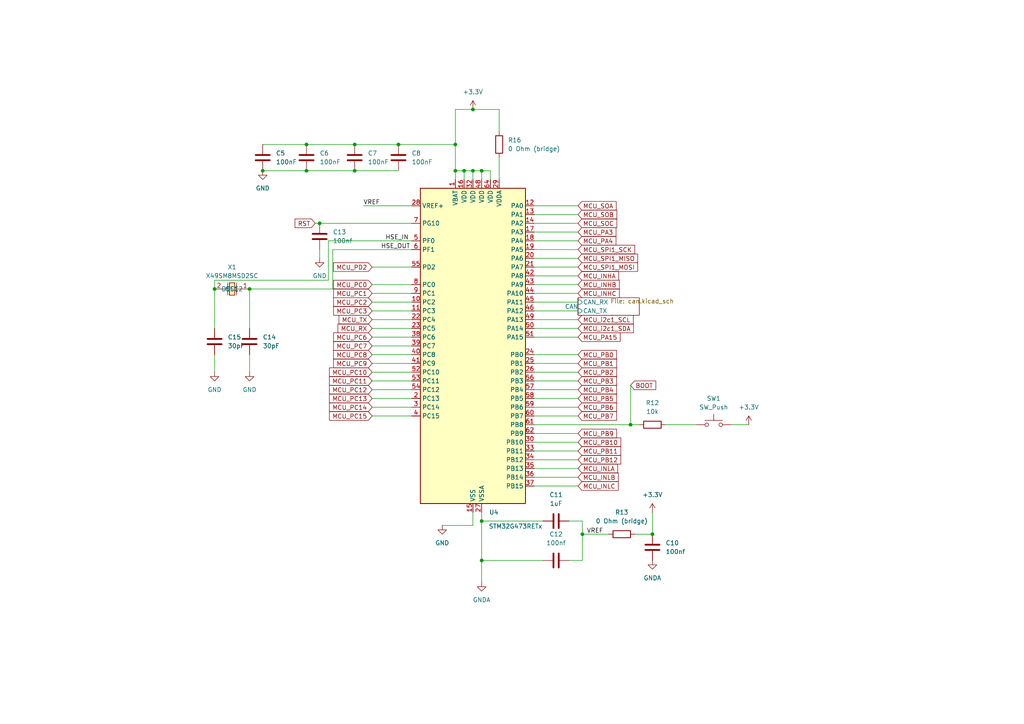
<source format=kicad_sch>
(kicad_sch (version 20250114) (generator "eeschema") (generator_version "9.0")
  (paper "A4")
  (title_block (title "BeanBike Controller MCU") (date "2025-10-10") (rev "3") (company "Ginobeano"))
  (lib_symbols
    (symbol "Device:C" (pin_numbers (hide yes)) (pin_names (offset 0.254))
      (property "Reference" "C" (at 0.635 2.54 0))
      (property "Value" "C" (at 0.635 -2.54 0))
      (symbol "C_0_1"
        (polyline (pts (xy -2.032 0.762) (xy 2.032 0.762)) (stroke (width 0.508)))
        (polyline (pts (xy -2.032 -0.762) (xy 2.032 -0.762)) (stroke (width 0.508)))
      )
      (symbol "C_1_1"
        (pin passive line (at 0 3.81 270) (length 2.794) (name "~") (number "1"))
        (pin passive line (at 0 -3.81 90) (length 2.794) (name "~") (number "2"))
      )
    )
    (symbol "Device:R" (pin_numbers (hide yes)) (pin_names (offset 0))
      (property "Reference" "R" (at 2.032 0 90))
      (property "Value" "R" (at 0 0 90))
      (symbol "R_0_1"
        (rectangle (start -1.016 -2.54) (end 1.016 2.54) (stroke (width 0.254)))
      )
      (symbol "R_1_1"
        (pin passive line (at 0 3.81 270) (length 1.27) (name "~") (number "1"))
        (pin passive line (at 0 -3.81 90) (length 1.27) (name "~") (number "2"))
      )
    )
    (symbol "MCU_ST_STM32G4:STM32G473RETx"
      (property "Reference" "U" (at -15.24 46.99 0))
      (property "Value" "STM32G473RETx" (at 10.16 46.99 0))
      (symbol "STM32G473RETx_0_1"
        (rectangle (start -15.24 -45.72) (end 15.24 45.72) (stroke (width 0.254)) (fill (type background)))
      )
      (symbol "STM32G473RETx_1_1"
        (pin input line (at -17.78 40.64 0) (length 2.54) (name "VREF+") (number "28"))
        (pin bidirectional line (at -17.78 35.56 0) (length 2.54) (name "PG10") (number "7"))
        (pin bidirectional line (at -17.78 30.48 0) (length 2.54) (name "PF0") (number "5"))
        (pin bidirectional line (at -17.78 27.94 0) (length 2.54) (name "PF1") (number "6"))
        (pin bidirectional line (at -17.78 22.86 0) (length 2.54) (name "PD2") (number "55"))
        (pin bidirectional line (at -17.78 17.78 0) (length 2.54) (name "PC0") (number "8"))
        (pin bidirectional line (at -17.78 15.24 0) (length 2.54) (name "PC1") (number "9"))
        (pin bidirectional line (at -17.78 12.7 0) (length 2.54) (name "PC2") (number "10"))
        (pin bidirectional line (at -17.78 10.16 0) (length 2.54) (name "PC3") (number "11"))
        (pin bidirectional line (at -17.78 7.62 0) (length 2.54) (name "PC4") (number "22"))
        (pin bidirectional line (at -17.78 5.08 0) (length 2.54) (name "PC5") (number "23"))
        (pin bidirectional line (at -17.78 2.54 0) (length 2.54) (name "PC6") (number "38"))
        (pin bidirectional line (at -17.78 0 0) (length 2.54) (name "PC7") (number "39"))
        (pin bidirectional line (at -17.78 -2.54 0) (length 2.54) (name "PC8") (number "40"))
        (pin bidirectional line (at -17.78 -5.08 0) (length 2.54) (name "PC9") (number "41"))
        (pin bidirectional line (at -17.78 -7.62 0) (length 2.54) (name "PC10") (number "52"))
        (pin bidirectional line (at -17.78 -10.16 0) (length 2.54) (name "PC11") (number "53"))
        (pin bidirectional line (at -17.78 -12.7 0) (length 2.54) (name "PC12") (number "54"))
        (pin bidirectional line (at -17.78 -15.24 0) (length 2.54) (name "PC13") (number "2"))
        (pin bidirectional line (at -17.78 -17.78 0) (length 2.54) (name "PC14") (number "3"))
        (pin bidirectional line (at -17.78 -20.32 0) (length 2.54) (name "PC15") (number "4"))
        (pin power_in line (at -5.08 48.26 270) (length 2.54) (name "VBAT") (number "1"))
        (pin power_in line (at -2.54 48.26 270) (length 2.54) (name "VDD") (number "16"))
        (pin power_in line (at 0 48.26 270) (length 2.54) (name "VDD") (number "32"))
        (pin power_in line (at 0 -48.26 90) (length 2.54) (name "VSS") (number "15"))
        (pin passive line (at 0 -48.26 90) (length 2.54) (hide yes) (name "VSS") (number "31"))
        (pin passive line (at 0 -48.26 90) (length 2.54) (hide yes) (name "VSS") (number "47"))
        (pin passive line (at 0 -48.26 90) (length 2.54) (hide yes) (name "VSS") (number "63"))
        (pin power_in line (at 2.54 48.26 270) (length 2.54) (name "VDD") (number "48"))
        (pin power_in line (at 2.54 -48.26 90) (length 2.54) (name "VSSA") (number "27"))
        (pin power_in line (at 5.08 48.26 270) (length 2.54) (name "VDD") (number "64"))
        (pin power_in line (at 7.62 48.26 270) (length 2.54) (name "VDDA") (number "29"))
        (pin bidirectional line (at 17.78 40.64 180) (length 2.54) (name "PA0") (number "12"))
        (pin bidirectional line (at 17.78 38.1 180) (length 2.54) (name "PA1") (number "13"))
        (pin bidirectional line (at 17.78 35.56 180) (length 2.54) (name "PA2") (number "14"))
        (pin bidirectional line (at 17.78 33.02 180) (length 2.54) (name "PA3") (number "17"))
        (pin bidirectional line (at 17.78 30.48 180) (length 2.54) (name "PA4") (number "18"))
        (pin bidirectional line (at 17.78 27.94 180) (length 2.54) (name "PA5") (number "19"))
        (pin bidirectional line (at 17.78 25.4 180) (length 2.54) (name "PA6") (number "20"))
        (pin bidirectional line (at 17.78 22.86 180) (length 2.54) (name "PA7") (number "21"))
        (pin bidirectional line (at 17.78 20.32 180) (length 2.54) (name "PA8") (number "42"))
        (pin bidirectional line (at 17.78 17.78 180) (length 2.54) (name "PA9") (number "43"))
        (pin bidirectional line (at 17.78 15.24 180) (length 2.54) (name "PA10") (number "44"))
        (pin bidirectional line (at 17.78 12.7 180) (length 2.54) (name "PA11") (number "45"))
        (pin bidirectional line (at 17.78 10.16 180) (length 2.54) (name "PA12") (number "46"))
        (pin bidirectional line (at 17.78 7.62 180) (length 2.54) (name "PA13") (number "49"))
        (pin bidirectional line (at 17.78 5.08 180) (length 2.54) (name "PA14") (number "50"))
        (pin bidirectional line (at 17.78 2.54 180) (length 2.54) (name "PA15") (number "51"))
        (pin bidirectional line (at 17.78 -2.54 180) (length 2.54) (name "PB0") (number "24"))
        (pin bidirectional line (at 17.78 -5.08 180) (length 2.54) (name "PB1") (number "25"))
        (pin bidirectional line (at 17.78 -7.62 180) (length 2.54) (name "PB2") (number "26"))
        (pin bidirectional line (at 17.78 -10.16 180) (length 2.54) (name "PB3") (number "56"))
        (pin bidirectional line (at 17.78 -12.7 180) (length 2.54) (name "PB4") (number "57"))
        (pin bidirectional line (at 17.78 -15.24 180) (length 2.54) (name "PB5") (number "58"))
        (pin bidirectional line (at 17.78 -17.78 180) (length 2.54) (name "PB6") (number "59"))
        (pin bidirectional line (at 17.78 -20.32 180) (length 2.54) (name "PB7") (number "60"))
        (pin bidirectional line (at 17.78 -22.86 180) (length 2.54) (name "PB8") (number "61"))
        (pin bidirectional line (at 17.78 -25.4 180) (length 2.54) (name "PB9") (number "62"))
        (pin bidirectional line (at 17.78 -27.94 180) (length 2.54) (name "PB10") (number "30"))
        (pin bidirectional line (at 17.78 -30.48 180) (length 2.54) (name "PB11") (number "33"))
        (pin bidirectional line (at 17.78 -33.02 180) (length 2.54) (name "PB12") (number "34"))
        (pin bidirectional line (at 17.78 -35.56 180) (length 2.54) (name "PB13") (number "35"))
        (pin bidirectional line (at 17.78 -38.1 180) (length 2.54) (name "PB14") (number "36"))
        (pin bidirectional line (at 17.78 -40.64 180) (length 2.54) (name "PB15") (number "37"))
      )
    )
    (symbol "Switch:SW_Push" (pin_numbers (hide yes)) (pin_names (offset 1.016) (hide yes))
      (property "Reference" "SW" (at 1.27 2.54 0))
      (property "Value" "SW_Push" (at 0 -1.524 0))
      (symbol "SW_Push_0_1"
        (circle (center -2.032 0) (radius 0.508))
        (polyline (pts (xy 0 1.27) (xy 0 3.048)))
        (circle (center 2.032 0) (radius 0.508))
        (polyline (pts (xy 2.54 1.27) (xy -2.54 1.27)))
        (pin passive line (at -5.08 0 0) (length 2.54) (name "1") (number "1"))
        (pin passive line (at 5.08 0 180) (length 2.54) (name "2") (number "2"))
      )
    )
    (symbol "easyeda2kicad:X49SM8MSD2SC"
      (property "Reference" "X" (at 0 5.08 0))
      (property "Value" "X49SM8MSD2SC" (at 0 -5.08 0))
      (symbol "X49SM8MSD2SC_0_1"
        (polyline (pts (xy -2.54 0) (xy -1.52 0)))
        (polyline (pts (xy -1.27 1.78) (xy -1.27 -1.78)))
        (polyline (pts (xy -1.27 1.02) (xy -1.27 -1.02)))
        (polyline (pts (xy -0.76 1.78) (xy 0.76 1.78)))
        (polyline (pts (xy -0.76 -1.78) (xy -0.76 1.78) (xy 0.76 1.78) (xy 0.76 -1.78) (xy -0.76 -1.78)) (fill (type background)))
        (polyline (pts (xy 0.76 1.78) (xy 0.76 -1.78) (xy -0.76 -1.78) (xy -0.76 1.78)))
        (polyline (pts (xy 1.27 1.78) (xy 1.27 -1.78)))
        (polyline (pts (xy 1.27 1.02) (xy 1.27 -1.02)))
        (polyline (pts (xy 2.54 0) (xy 1.52 0)))
        (pin input line (at -5.08 0 0) (length 2.54) (name "OSC2") (number "2"))
        (pin input line (at 5.08 0 180) (length 2.54) (name "OSC1") (number "1"))
      )
    )
    (symbol "power:+3.3V" (power) (pin_numbers (hide yes)) (pin_names (offset 0) (hide yes))
      (property "Value" "+3.3V" (at 0 3.556 0))
      (symbol "+3.3V_0_1"
        (polyline (pts (xy -0.762 1.27) (xy 0 2.54)))
        (polyline (pts (xy 0 2.54) (xy 0.762 1.27)))
        (polyline (pts (xy 0 0) (xy 0 2.54)))
      )
      (symbol "+3.3V_1_1"
        (pin power_in line (at 0 0 90) (length 0) (name "~") (number "1"))
      )
    )
    (symbol "power:GND" (power) (pin_numbers (hide yes)) (pin_names (offset 0) (hide yes))
      (property "Value" "GND" (at 0 -3.81 0))
      (symbol "GND_0_1"
        (polyline (pts (xy 0 0) (xy 0 -1.27) (xy 1.27 -1.27) (xy 0 -2.54) (xy -1.27 -1.27) (xy 0 -1.27)))
      )
      (symbol "GND_1_1"
        (pin power_in line (at 0 0 270) (length 0) (name "~") (number "1"))
      )
    )
    (symbol "power:GNDA" (power) (pin_numbers (hide yes)) (pin_names (offset 0) (hide yes))
      (property "Value" "GNDA" (at 0 -3.81 0))
      (symbol "GNDA_0_1"
        (polyline (pts (xy 0 0) (xy 0 -1.27) (xy 1.27 -1.27) (xy 0 -2.54) (xy -1.27 -1.27) (xy 0 -1.27)))
      )
      (symbol "GNDA_1_1"
        (pin power_in line (at 0 0 270) (length 0) (name "~") (number "1"))
      )
    )
  )
  (junction (at 92.71 64.77))
  (junction (at 139.7 162.56))
  (junction (at 88.9 41.91))
  (junction (at 132.08 41.91))
  (junction (at 88.9 49.53))
  (junction (at 76.2 49.53))
  (junction (at 137.16 31.75))
  (junction (at 137.16 49.53))
  (junction (at 132.08 49.53))
  (junction (at 139.7 49.53))
  (junction (at 168.91 154.94))
  (junction (at 139.7 151.13))
  (junction (at 102.87 41.91))
  (junction (at 72.39 83.82))
  (junction (at 62.23 83.82))
  (junction (at 102.87 49.53))
  (junction (at 182.88 123.19))
  (junction (at 115.57 41.91))
  (junction (at 134.62 49.53))
  (junction (at 189.23 154.94))
  (wire (pts (xy 144.78 45.72) (xy 144.78 52.07)))
  (wire (pts (xy 193.04 123.19) (xy 201.93 123.19)))
  (wire (pts (xy 107.95 118.11) (xy 119.38 118.11)))
  (wire (pts (xy 62.23 81.28) (xy 62.23 83.82)))
  (wire (pts (xy 168.91 154.94) (xy 176.53 154.94)))
  (wire (pts (xy 154.94 118.11) (xy 167.64 118.11)))
  (wire (pts (xy 107.95 107.95) (xy 119.38 107.95)))
  (wire (pts (xy 142.24 49.53) (xy 139.7 49.53)))
  (wire (pts (xy 119.38 72.39) (xy 96.52 72.39)))
  (wire (pts (xy 107.95 120.65) (xy 119.38 120.65)))
  (wire (pts (xy 154.94 82.55) (xy 167.64 82.55)))
  (wire (pts (xy 184.15 154.94) (xy 189.23 154.94)))
  (wire (pts (xy 154.94 138.43) (xy 167.64 138.43)))
  (wire (pts (xy 165.1 151.13) (xy 168.91 151.13)))
  (wire (pts (xy 154.94 85.09) (xy 167.64 85.09)))
  (wire (pts (xy 96.52 72.39) (xy 96.52 83.82)))
  (wire (pts (xy 154.94 67.31) (xy 167.64 67.31)))
  (wire (pts (xy 139.7 162.56) (xy 157.48 162.56)))
  (wire (pts (xy 95.25 69.85) (xy 95.25 81.28)))
  (wire (pts (xy 154.94 62.23) (xy 167.64 62.23)))
  (wire (pts (xy 119.38 69.85) (xy 95.25 69.85)))
  (wire (pts (xy 182.88 123.19) (xy 185.42 123.19)))
  (wire (pts (xy 137.16 49.53) (xy 137.16 52.07)))
  (wire (pts (xy 189.23 154.94) (xy 189.23 148.59)))
  (wire (pts (xy 107.95 85.09) (xy 119.38 85.09)))
  (wire (pts (xy 107.95 92.71) (xy 119.38 92.71)))
  (wire (pts (xy 168.91 162.56) (xy 168.91 154.94)))
  (wire (pts (xy 154.94 77.47) (xy 167.64 77.47)))
  (wire (pts (xy 154.94 110.49) (xy 167.64 110.49)))
  (wire (pts (xy 107.95 82.55) (xy 119.38 82.55)))
  (wire (pts (xy 154.94 140.97) (xy 167.64 140.97)))
  (wire (pts (xy 154.94 97.79) (xy 167.64 97.79)))
  (wire (pts (xy 139.7 49.53) (xy 137.16 49.53)))
  (wire (pts (xy 154.94 133.35) (xy 167.64 133.35)))
  (wire (pts (xy 154.94 87.63) (xy 167.64 87.63)))
  (wire (pts (xy 154.94 72.39) (xy 167.64 72.39)))
  (wire (pts (xy 132.08 31.75) (xy 132.08 41.91)))
  (wire (pts (xy 154.94 69.85) (xy 167.64 69.85)))
  (wire (pts (xy 132.08 31.75) (xy 137.16 31.75)))
  (wire (pts (xy 91.44 64.77) (xy 92.71 64.77)))
  (wire (pts (xy 154.94 59.69) (xy 167.64 59.69)))
  (wire (pts (xy 154.94 102.87) (xy 167.64 102.87)))
  (wire (pts (xy 107.95 110.49) (xy 119.38 110.49)))
  (wire (pts (xy 107.95 105.41) (xy 119.38 105.41)))
  (wire (pts (xy 76.2 41.91) (xy 88.9 41.91)))
  (wire (pts (xy 102.87 41.91) (xy 115.57 41.91)))
  (wire (pts (xy 154.94 128.27) (xy 167.64 128.27)))
  (wire (pts (xy 165.1 162.56) (xy 168.91 162.56)))
  (wire (pts (xy 154.94 64.77) (xy 167.64 64.77)))
  (wire (pts (xy 107.95 90.17) (xy 119.38 90.17)))
  (wire (pts (xy 132.08 49.53) (xy 132.08 52.07)))
  (wire (pts (xy 76.2 49.53) (xy 88.9 49.53)))
  (wire (pts (xy 139.7 151.13) (xy 139.7 162.56)))
  (wire (pts (xy 154.94 125.73) (xy 167.64 125.73)))
  (wire (pts (xy 154.94 74.93) (xy 167.64 74.93)))
  (wire (pts (xy 107.95 95.25) (xy 119.38 95.25)))
  (wire (pts (xy 96.52 83.82) (xy 72.39 83.82)))
  (wire (pts (xy 134.62 49.53) (xy 134.62 52.07)))
  (wire (pts (xy 107.95 100.33) (xy 119.38 100.33)))
  (wire (pts (xy 154.94 135.89) (xy 167.64 135.89)))
  (wire (pts (xy 95.25 81.28) (xy 62.23 81.28)))
  (wire (pts (xy 102.87 49.53) (xy 115.57 49.53)))
  (wire (pts (xy 144.78 31.75) (xy 137.16 31.75)))
  (wire (pts (xy 107.95 87.63) (xy 119.38 87.63)))
  (wire (pts (xy 107.95 102.87) (xy 119.38 102.87)))
  (wire (pts (xy 154.94 123.19) (xy 182.88 123.19)))
  (wire (pts (xy 128.27 152.4) (xy 137.16 152.4)))
  (wire (pts (xy 139.7 162.56) (xy 139.7 168.91)))
  (wire (pts (xy 139.7 151.13) (xy 157.48 151.13)))
  (wire (pts (xy 105.41 59.69) (xy 119.38 59.69)))
  (wire (pts (xy 142.24 52.07) (xy 142.24 49.53)))
  (wire (pts (xy 72.39 102.87) (xy 72.39 107.95)))
  (wire (pts (xy 62.23 83.82) (xy 62.23 95.25)))
  (wire (pts (xy 107.95 77.47) (xy 119.38 77.47)))
  (wire (pts (xy 107.95 97.79) (xy 119.38 97.79)))
  (wire (pts (xy 62.23 102.87) (xy 62.23 107.95)))
  (wire (pts (xy 212.09 123.19) (xy 217.17 123.19)))
  (wire (pts (xy 107.95 113.03) (xy 119.38 113.03)))
  (wire (pts (xy 107.95 115.57) (xy 119.38 115.57)))
  (wire (pts (xy 137.16 49.53) (xy 134.62 49.53)))
  (wire (pts (xy 154.94 115.57) (xy 167.64 115.57)))
  (wire (pts (xy 154.94 92.71) (xy 167.64 92.71)))
  (wire (pts (xy 139.7 49.53) (xy 139.7 52.07)))
  (wire (pts (xy 154.94 105.41) (xy 167.64 105.41)))
  (wire (pts (xy 137.16 152.4) (xy 137.16 148.59)))
  (wire (pts (xy 154.94 130.81) (xy 167.64 130.81)))
  (wire (pts (xy 154.94 95.25) (xy 167.64 95.25)))
  (wire (pts (xy 182.88 111.76) (xy 182.88 123.19)))
  (wire (pts (xy 92.71 72.39) (xy 92.71 74.93)))
  (wire (pts (xy 134.62 49.53) (xy 132.08 49.53)))
  (wire (pts (xy 154.94 107.95) (xy 167.64 107.95)))
  (wire (pts (xy 88.9 49.53) (xy 102.87 49.53)))
  (wire (pts (xy 115.57 41.91) (xy 132.08 41.91)))
  (wire (pts (xy 168.91 151.13) (xy 168.91 154.94)))
  (wire (pts (xy 154.94 90.17) (xy 167.64 90.17)))
  (wire (pts (xy 144.78 38.1) (xy 144.78 31.75)))
  (wire (pts (xy 154.94 80.01) (xy 167.64 80.01)))
  (wire (pts (xy 92.71 64.77) (xy 119.38 64.77)))
  (wire (pts (xy 154.94 120.65) (xy 167.64 120.65)))
  (wire (pts (xy 88.9 41.91) (xy 102.87 41.91)))
  (wire (pts (xy 139.7 148.59) (xy 139.7 151.13)))
  (wire (pts (xy 72.39 83.82) (xy 72.39 95.25)))
  (wire (pts (xy 132.08 41.91) (xy 132.08 49.53)))
  (wire (pts (xy 154.94 113.03) (xy 167.64 113.03)))
  (label "VREF" (at 105.41 59.69 0))
  (label "HSE_OUT" (at 110.49 72.39 0))
  (label "HSE_IN" (at 111.76 69.85 0))
  (label "VREF" (at 170.18 154.94 0))
  (global_label "MCU_PB1" (shape input) (at 167.64 105.41 0) (property "Intersheetrefs" "${INTERSHEET_REFS}" (effects (hide yes))))
  (global_label "MCU_INHB" (shape input) (at 167.64 82.55 0) (property "Intersheetrefs" "${INTERSHEET_REFS}" (effects (hide yes))))
  (global_label "MCU_PC15" (shape input) (at 107.95 120.65 180) (property "Intersheetrefs" "${INTERSHEET_REFS}" (effects (hide yes))))
  (global_label "MCU_PB7" (shape input) (at 167.64 120.65 0) (property "Intersheetrefs" "${INTERSHEET_REFS}" (effects (hide yes))))
  (global_label "MCU_PB0" (shape input) (at 167.64 102.87 0) (property "Intersheetrefs" "${INTERSHEET_REFS}" (effects (hide yes))))
  (global_label "MCU_PB11" (shape input) (at 167.64 130.81 0) (property "Intersheetrefs" "${INTERSHEET_REFS}" (effects (hide yes))))
  (global_label "MCU_SPI1_SCK" (shape input) (at 167.64 72.39 0) (property "Intersheetrefs" "${INTERSHEET_REFS}" (effects (hide yes))))
  (global_label "MCU_PB6" (shape input) (at 167.64 118.11 0) (property "Intersheetrefs" "${INTERSHEET_REFS}" (effects (hide yes))))
  (global_label "MCU_PC2" (shape input) (at 107.95 87.63 180) (property "Intersheetrefs" "${INTERSHEET_REFS}" (effects (hide yes))))
  (global_label "MCU_SOA" (shape input) (at 167.64 59.69 0) (property "Intersheetrefs" "${INTERSHEET_REFS}" (effects (hide yes))))
  (global_label "MCU_PD2" (shape input) (at 107.95 77.47 180) (property "Intersheetrefs" "${INTERSHEET_REFS}" (effects (hide yes))))
  (global_label "MCU_PC11" (shape input) (at 107.95 110.49 180) (property "Intersheetrefs" "${INTERSHEET_REFS}" (effects (hide yes))))
  (global_label "MCU_PB3" (shape input) (at 167.64 110.49 0) (property "Intersheetrefs" "${INTERSHEET_REFS}" (effects (hide yes))))
  (global_label "MCU_PC8" (shape input) (at 107.95 102.87 180) (property "Intersheetrefs" "${INTERSHEET_REFS}" (effects (hide yes))))
  (global_label "MCU_PB10" (shape input) (at 167.64 128.27 0) (property "Intersheetrefs" "${INTERSHEET_REFS}" (effects (hide yes))))
  (global_label "MCU_SPI1_MOSI" (shape input) (at 167.64 77.47 0) (property "Intersheetrefs" "${INTERSHEET_REFS}" (effects (hide yes))))
  (global_label "MCU_i2c1_SCL" (shape input) (at 167.64 92.71 0) (property "Intersheetrefs" "${INTERSHEET_REFS}" (effects (hide yes))))
  (global_label "MCU_PC1" (shape input) (at 107.95 85.09 180) (property "Intersheetrefs" "${INTERSHEET_REFS}" (effects (hide yes))))
  (global_label "MCU_PB12" (shape input) (at 167.64 133.35 0) (property "Intersheetrefs" "${INTERSHEET_REFS}" (effects (hide yes))))
  (global_label "MCU_PB9" (shape input) (at 167.64 125.73 0) (property "Intersheetrefs" "${INTERSHEET_REFS}" (effects (hide yes))))
  (global_label "MCU_PC14" (shape input) (at 107.95 118.11 180) (property "Intersheetrefs" "${INTERSHEET_REFS}" (effects (hide yes))))
  (global_label "MCU_PA15" (shape input) (at 167.64 97.79 0) (property "Intersheetrefs" "${INTERSHEET_REFS}" (effects (hide yes))))
  (global_label "MCU_PC12" (shape input) (at 107.95 113.03 180) (property "Intersheetrefs" "${INTERSHEET_REFS}" (effects (hide yes))))
  (global_label "RST" (shape input) (at 91.44 64.77 180) (property "Intersheetrefs" "${INTERSHEET_REFS}" (effects (hide yes))))
  (global_label "MCU_PB4" (shape input) (at 167.64 113.03 0) (property "Intersheetrefs" "${INTERSHEET_REFS}" (effects (hide yes))))
  (global_label "MCU_INHC" (shape input) (at 167.64 85.09 0) (property "Intersheetrefs" "${INTERSHEET_REFS}" (effects (hide yes))))
  (global_label "MCU_PC6" (shape input) (at 107.95 97.79 180) (property "Intersheetrefs" "${INTERSHEET_REFS}" (effects (hide yes))))
  (global_label "BOOT" (shape input) (at 182.88 111.76 0) (property "Intersheetrefs" "${INTERSHEET_REFS}" (effects (hide yes))))
  (global_label "MCU_INHA" (shape input) (at 167.64 80.01 0) (property "Intersheetrefs" "${INTERSHEET_REFS}" (effects (hide yes))))
  (global_label "MCU_PA3" (shape input) (at 167.64 67.31 0) (property "Intersheetrefs" "${INTERSHEET_REFS}" (effects (hide yes))))
  (global_label "MCU_PC3" (shape input) (at 107.95 90.17 180) (property "Intersheetrefs" "${INTERSHEET_REFS}" (effects (hide yes))))
  (global_label "MCU_PB5" (shape input) (at 167.64 115.57 0) (property "Intersheetrefs" "${INTERSHEET_REFS}" (effects (hide yes))))
  (global_label "MCU_PC9" (shape input) (at 107.95 105.41 180) (property "Intersheetrefs" "${INTERSHEET_REFS}" (effects (hide yes))))
  (global_label "MCU_PA4" (shape input) (at 167.64 69.85 0) (property "Intersheetrefs" "${INTERSHEET_REFS}" (effects (hide yes))))
  (global_label "MCU_PB2" (shape input) (at 167.64 107.95 0) (property "Intersheetrefs" "${INTERSHEET_REFS}" (effects (hide yes))))
  (global_label "MCU_SOB" (shape input) (at 167.64 62.23 0) (property "Intersheetrefs" "${INTERSHEET_REFS}" (effects (hide yes))))
  (global_label "MCU_SPI1_MISO" (shape input) (at 167.64 74.93 0) (property "Intersheetrefs" "${INTERSHEET_REFS}" (effects (hide yes))))
  (global_label "MCU_PC0" (shape input) (at 107.95 82.55 180) (property "Intersheetrefs" "${INTERSHEET_REFS}" (effects (hide yes))))
  (global_label "MCU_PC7" (shape input) (at 107.95 100.33 180) (property "Intersheetrefs" "${INTERSHEET_REFS}" (effects (hide yes))))
  (global_label "MCU_PC13" (shape input) (at 107.95 115.57 180) (property "Intersheetrefs" "${INTERSHEET_REFS}" (effects (hide yes))))
  (global_label "MCU_i2c1_SDA" (shape input) (at 167.64 95.25 0) (property "Intersheetrefs" "${INTERSHEET_REFS}" (effects (hide yes))))
  (global_label "MCU_RX" (shape input) (at 107.95 95.25 180) (property "Intersheetrefs" "${INTERSHEET_REFS}" (effects (hide yes))))
  (global_label "MCU_INLB" (shape input) (at 167.64 138.43 0) (property "Intersheetrefs" "${INTERSHEET_REFS}" (effects (hide yes))))
  (global_label "MCU_SOC" (shape input) (at 167.64 64.77 0) (property "Intersheetrefs" "${INTERSHEET_REFS}" (effects (hide yes))))
  (global_label "MCU_TX" (shape input) (at 107.95 92.71 180) (property "Intersheetrefs" "${INTERSHEET_REFS}" (effects (hide yes))))
  (global_label "MCU_PC10" (shape input) (at 107.95 107.95 180) (property "Intersheetrefs" "${INTERSHEET_REFS}" (effects (hide yes))))
  (global_label "MCU_INLC" (shape input) (at 167.64 140.97 0) (property "Intersheetrefs" "${INTERSHEET_REFS}" (effects (hide yes))))
  (global_label "MCU_INLA" (shape input) (at 167.64 135.89 0) (property "Intersheetrefs" "${INTERSHEET_REFS}" (effects (hide yes))))
  (symbol (lib_id "Switch:SW_Push") (at 207.01 123.19 0) (unit 1)
    (property "Reference" "SW1" (at 207.01 115.57 0))
    (property "Value" "SW_Push" (at 207.01 118.11 0))
    (property "Description" "Push button switch, generic, two pins" (effects (hide yes)))
  )
  (symbol (lib_id "Device:C") (at 76.2 45.72 180) (unit 1)
    (property "Reference" "C5" (at 80.01 44.4499 0) (effects (justify right)))
    (property "Value" "100nF" (at 80.01 46.9899 0) (effects (justify right)))
    (property "Description" "Unpolarized capacitor" (effects (hide yes)))
  )
  (symbol (lib_id "Device:C") (at 115.57 45.72 180) (unit 1)
    (property "Reference" "C8" (at 119.38 44.4499 0) (effects (justify right)))
    (property "Value" "100nF" (at 119.38 46.9899 0) (effects (justify right)))
    (property "Description" "Unpolarized capacitor" (effects (hide yes)))
  )
  (symbol (lib_id "power:GND") (at 92.71 74.93 0) (unit 1)
    (property "Reference" "#PWR029" (effects (hide yes)))
    (property "Value" "GND" (at 92.71 80.01 0))
    (property "Description" "Power symbol creates a global label with name \"GND\" , ground" (effects (hide yes)))
  )
  (symbol (lib_id "power:GND") (at 76.2 49.53 0) (unit 1)
    (property "Reference" "#PWR06" (effects (hide yes)))
    (property "Value" "GND" (at 76.2 54.61 0))
    (property "Description" "Power symbol creates a global label with name \"GND\" , ground" (effects (hide yes)))
  )
  (symbol (lib_id "power:GND") (at 62.23 107.95 0) (unit 1)
    (property "Reference" "#PWR039" (effects (hide yes)))
    (property "Value" "GND" (at 62.23 113.03 0))
    (property "Description" "Power symbol creates a global label with name \"GND\" , ground" (effects (hide yes)))
  )
  (symbol (lib_id "Device:R") (at 144.78 41.91 180) (unit 1)
    (property "Reference" "R16" (at 147.32 40.6399 0) (effects (justify right)))
    (property "Value" "0 Ohm (bridge)" (at 147.32 43.1799 0) (effects (justify right)))
    (property "Description" "Resistor" (effects (hide yes)))
  )
  (symbol (lib_id "power:GND") (at 128.27 152.4 0) (unit 1)
    (property "Reference" "#PWR023" (effects (hide yes)))
    (property "Value" "GND" (at 128.27 157.48 0))
    (property "Description" "Power symbol creates a global label with name \"GND\" , ground" (effects (hide yes)))
  )
  (symbol (lib_id "power:GND") (at 72.39 107.95 0) (unit 1)
    (property "Reference" "#PWR040" (effects (hide yes)))
    (property "Value" "GND" (at 72.39 113.03 0))
    (property "Description" "Power symbol creates a global label with name \"GND\" , ground" (effects (hide yes)))
  )
  (symbol (lib_id "MCU_ST_STM32G4:STM32G473RETx") (at 137.16 100.33 0) (unit 1)
    (property "Reference" "U4" (at 141.8433 148.59 0) (effects (justify left)))
    (property "Value" "STM32G473RETx" (at 141.732 152.654 0) (effects (justify left)))
    (property "Footprint" "Package_QFP:LQFP-64_10x10mm_P0.5mm" (effects (hide yes)))
    (property "Datasheet" "https://www.st.com/resource/en/datasheet/stm32g473re.pdf" (effects (hide yes)))
    (property "Description" "STMicroelectronics Arm Cortex-M4 MCU, 512KB flash, 128KB RAM, 170 MHz, 1.71-3.6V, 52 GPIO, LQFP64" (effects (hide yes)))
  )
  (symbol (lib_id "Device:C") (at 161.29 151.13 90) (unit 1)
    (property "Reference" "C11" (at 161.29 143.51 90))
    (property "Value" "1uF" (at 161.29 146.05 90))
    (property "Description" "Unpolarized capacitor" (effects (hide yes)))
  )
  (symbol (lib_id "power:+3.3V") (at 137.16 31.75 0) (unit 1)
    (property "Reference" "#PWR07" (effects (hide yes)))
    (property "Value" "+3.3V" (at 137.16 26.67 0))
    (property "Description" "Power symbol creates a global label with name \"+3.3V\"" (effects (hide yes)))
  )
  (symbol (lib_id "Device:C") (at 62.23 99.06 0) (unit 1)
    (property "Reference" "C15" (at 66.04 97.7899 0) (effects (justify left)))
    (property "Value" "30pF" (at 66.04 100.3299 0) (effects (justify left)))
    (property "Description" "Unpolarized capacitor" (effects (hide yes)))
  )
  (symbol (lib_id "power:GNDA") (at 189.23 162.56 0) (unit 1)
    (property "Reference" "#PWR025" (effects (hide yes)))
    (property "Value" "GNDA" (at 189.23 167.64 0))
    (property "Description" "Power symbol creates a global label with name \"GNDA\" , analog ground" (effects (hide yes)))
  )
  (symbol (lib_id "Device:C") (at 88.9 45.72 180) (unit 1)
    (property "Reference" "C6" (at 92.71 44.4499 0) (effects (justify right)))
    (property "Value" "100nF" (at 92.71 46.9899 0) (effects (justify right)))
    (property "Description" "Unpolarized capacitor" (effects (hide yes)))
  )
  (symbol (lib_id "Device:R") (at 189.23 123.19 90) (unit 1)
    (property "Reference" "R12" (at 189.23 116.84 90))
    (property "Value" "10k" (at 189.23 119.38 90))
    (property "Description" "Resistor" (effects (hide yes)))
  )
  (symbol (lib_id "easyeda2kicad:X49SM8MSD2SC") (at 67.31 83.82 0) (unit 1)
    (property "Reference" "X1" (at 67.31 77.47 0))
    (property "Value" "X49SM8MSD2SC" (at 67.31 80.01 0))
    (property "Footprint" "easyeda2kicad:CRYSTAL-SMD_L11.5-W4.8-LS12.7" (effects (hide yes)))
    (property "Datasheet" "https://lcsc.com/product-detail/49SMD_HC-49SMD-8MHZ-20PF-20PPM_C12674.html" (effects (hide yes)))
    (property "LCSC Part" "C12674" (effects (hide yes)))
  )
  (symbol (lib_id "Device:C") (at 92.71 68.58 0) (unit 1)
    (property "Reference" "C13" (at 96.52 67.3099 0) (effects (justify left)))
    (property "Value" "100nf" (at 96.52 69.8499 0) (effects (justify left)))
    (property "Description" "Unpolarized capacitor" (effects (hide yes)))
  )
  (symbol (lib_id "power:+3.3V") (at 189.23 148.59 0) (unit 1)
    (property "Reference" "#PWR024" (effects (hide yes)))
    (property "Value" "+3.3V" (at 189.23 143.51 0))
    (property "Description" "Power symbol creates a global label with name \"+3.3V\"" (effects (hide yes)))
  )
  (symbol (lib_id "Device:C") (at 102.87 45.72 180) (unit 1)
    (property "Reference" "C7" (at 106.68 44.4499 0) (effects (justify right)))
    (property "Value" "100nF" (at 106.68 46.9899 0) (effects (justify right)))
    (property "Description" "Unpolarized capacitor" (effects (hide yes)))
  )
  (symbol (lib_id "Device:R") (at 180.34 154.94 90) (unit 1)
    (property "Reference" "R13" (at 180.34 148.59 90))
    (property "Value" "0 Ohm (bridge)" (at 180.34 151.13 90))
    (property "Description" "Resistor" (effects (hide yes)))
  )
  (symbol (lib_id "Device:C") (at 72.39 99.06 0) (unit 1)
    (property "Reference" "C14" (at 76.2 97.7899 0) (effects (justify left)))
    (property "Value" "30pF" (at 76.2 100.3299 0) (effects (justify left)))
    (property "Description" "Unpolarized capacitor" (effects (hide yes)))
  )
  (symbol (lib_id "Device:C") (at 161.29 162.56 90) (unit 1)
    (property "Reference" "C12" (at 161.29 154.94 90))
    (property "Value" "100nf" (at 161.29 157.48 90))
    (property "Description" "Unpolarized capacitor" (effects (hide yes)))
  )
  (symbol (lib_id "power:+3.3V") (at 217.17 123.19 0) (unit 1)
    (property "Reference" "#PWR027" (effects (hide yes)))
    (property "Value" "+3.3V" (at 217.17 118.11 0))
    (property "Description" "Power symbol creates a global label with name \"+3.3V\"" (effects (hide yes)))
  )
  (symbol (lib_id "power:GNDA") (at 139.7 168.91 0) (unit 1)
    (property "Reference" "#PWR026" (effects (hide yes)))
    (property "Value" "GNDA" (at 139.7 173.99 0))
    (property "Description" "Power symbol creates a global label with name \"GNDA\" , analog ground" (effects (hide yes)))
  )
  (symbol (lib_id "Device:C") (at 189.23 158.75 0) (unit 1)
    (property "Reference" "C10" (at 193.04 157.4799 0) (effects (justify left)))
    (property "Value" "100nf" (at 193.04 160.0199 0) (effects (justify left)))
    (property "Description" "Unpolarized capacitor" (effects (hide yes)))
  )
  (sheet (at 167.64 86.36) (size 17.78 5.08) (stroke (width 0.1524))
    (property "Sheetname" "CAN" (at 163.83 89.662 0) (effects (justify left bottom)))
    (property "Sheetfile" "can.kicad_sch" (at 177.038 86.614 0) (effects (justify left top)))
    (pin "CAN_RX" input (at 167.64 87.63 180))
    (pin "CAN_TX" input (at 167.64 90.17 180))
  )
)
</source>
